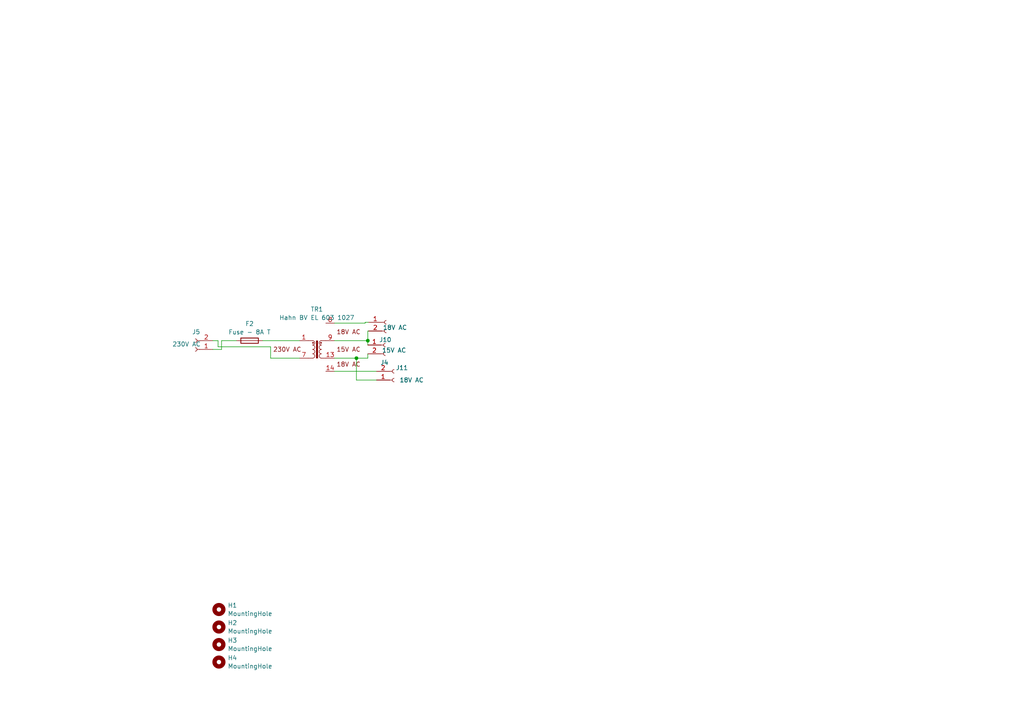
<source format=kicad_sch>
(kicad_sch (version 20231120) (generator "eeschema") (generator_version "8.0")
  (paper "A4")
  (lib_symbols
    (symbol "Connector:Conn_01x02_Socket" (pin_names (offset 1.016) hide)
      (property "Reference" "J" (at 0 2.54 0))
      (property "Value" "Conn_01x02_Socket" (at 0 -5.08 0))
      (symbol "Conn_01x02_Socket_1_1"
        (arc (start 0 -2.032) (mid -0.5058 -2.54) (end 0 -3.048) (stroke (width 0.1524)))
        (polyline (pts (xy -1.27 -2.54) (xy -0.508 -2.54)) (stroke (width 0.1524)))
        (polyline (pts (xy -1.27 0) (xy -0.508 0)) (stroke (width 0.1524)))
        (arc (start 0 0.508) (mid -0.5058 0) (end 0 -0.508) (stroke (width 0.1524)))
        (pin passive line (at -5.08 0 0) (length 3.81) (name "Pin_1") (number "1"))
        (pin passive line (at -5.08 -2.54 0) (length 3.81) (name "Pin_2") (number "2"))
      )
    )
    (symbol "Device:Fuse" (pin_numbers hide) (pin_names (offset 0))
      (property "Reference" "F" (at 2.032 0 90))
      (property "Value" "Fuse" (at -1.905 0 90))
      (symbol "Fuse_0_1"
        (rectangle (start -0.762 -2.54) (end 0.762 2.54) (stroke (width 0.254)))
        (polyline (pts (xy 0 2.54) (xy 0 -2.54)))
      )
      (symbol "Fuse_1_1"
        (pin passive line (at 0 3.81 270) (length 1.27) (name "~") (number "1"))
        (pin passive line (at 0 -3.81 90) (length 1.27) (name "~") (number "2"))
      )
    )
    (symbol "Mechanical:MountingHole" (pin_names (offset 1.016)) (exclude_from_sim yes) (in_bom no)
      (property "Reference" "H" (at 0 5.08 0))
      (property "Value" "MountingHole" (at 0 3.175 0))
      (symbol "MountingHole_0_1"
        (circle (center 0 0) (radius 1.27) (stroke (width 1.27)))
      )
    )
    (symbol "Transformer_Hahn_BV_EL_603_1027:Transformer_Hahn_BV_EL_603_COMBINED"
      (property "Reference" "U" (at 0 0 0))
      (symbol "Transformer_Hahn_BV_EL_603_COMBINED_0_1"
        (polyline (pts (xy 0 1.27) (xy 1.27 1.27)))
        (polyline (pts (xy 0 6.35) (xy 1.27 6.35)))
        (polyline (pts (xy 3.81 1.27) (xy 5.08 1.27)))
        (polyline (pts (xy 3.81 6.35) (xy 5.08 6.35)))
        (arc (start 1.27 1.27) (mid 1.9023 1.905) (end 1.27 2.54))
        (arc (start 1.27 2.54) (mid 1.9023 3.175) (end 1.27 3.81))
        (rectangle (start 2.286 6.35) (end 2.794 1.27) (stroke (width 0.0254)) (fill (type outline)))
      )
      (symbol "Transformer_Hahn_BV_EL_603_COMBINED_1_1"
        (arc (start 1.27 3.81) (mid 1.9023 4.445) (end 1.27 5.08))
        (arc (start 1.27 5.08) (mid 1.9023 5.715) (end 1.27 6.35))
        (circle (center 1.397 5.715) (radius 0.127) (stroke (width 0.254)))
        (circle (center 3.683 5.715) (radius 0.127) (stroke (width 0.254)))
        (arc (start 3.81 2.54) (mid 3.1777 1.905) (end 3.81 1.27))
        (arc (start 3.81 3.81) (mid 3.1777 3.175) (end 3.81 2.54))
        (arc (start 3.81 5.08) (mid 3.1777 4.445) (end 3.81 3.81))
        (arc (start 3.81 6.35) (mid 3.1777 5.715) (end 3.81 5.08))
        (text "15V AC" (at 11.684 3.81 0) (effects (font (size 1.27 1.27))))
        (text "18V AC" (at 11.684 -0.508 0) (effects (font (size 1.27 1.27))))
        (text "18V AC" (at 11.684 8.89 0) (effects (font (size 1.27 1.27))))
        (text "230V AC" (at -6.096 3.81 0) (effects (font (size 1.27 1.27))))
        (pin passive line (at -2.54 6.35 0) (length 2.54) (name "~") (number "1"))
        (pin passive line (at 7.62 1.27 180) (length 2.54) (name "~") (number "13"))
        (pin passive line (at 7.62 -2.54 180) (length 2.54) (name "~") (number "14"))
        (pin no_connect line (at 3.81 6.35 270) (length 2.54) hide (name "NC") (number "2"))
        (pin no_connect line (at 1.27 1.27 90) (length 2.54) hide (name "NC") (number "4"))
        (pin no_connect line (at 3.81 1.27 90) (length 2.54) hide (name "NC") (number "5"))
        (pin no_connect line (at 1.27 6.35 270) (length 2.54) hide (name "NC") (number "7"))
        (pin passive line (at -2.54 1.27 0) (length 2.54) (name "~") (number "7"))
        (pin passive line (at 7.62 11.43 180) (length 2.54) (name "~") (number "8"))
        (pin passive line (at 7.62 6.35 180) (length 2.54) (name "~") (number "9"))
      )
    )
  )
  (junction (at 103.378 103.886))
  (junction (at 106.68 98.806))
  (wire (pts (xy 106.68 96.012) (xy 106.934 96.012)))
  (wire (pts (xy 64.262 101.346) (xy 64.262 98.806)))
  (wire (pts (xy 64.262 98.806) (xy 68.58 98.806)))
  (wire (pts (xy 106.68 98.806) (xy 106.68 100.076)))
  (wire (pts (xy 76.2 98.806) (xy 86.868 98.806)))
  (wire (pts (xy 97.028 93.726) (xy 105.918 93.726)))
  (wire (pts (xy 97.028 107.696) (xy 109.22 107.696)))
  (wire (pts (xy 106.68 103.886) (xy 103.378 103.886)))
  (wire (pts (xy 97.028 98.806) (xy 106.68 98.806)))
  (wire (pts (xy 78.486 103.886) (xy 86.868 103.886)))
  (wire (pts (xy 105.918 93.472) (xy 106.934 93.472)))
  (wire (pts (xy 103.378 103.886) (xy 103.378 110.236)))
  (wire (pts (xy 103.378 103.886) (xy 97.028 103.886)))
  (wire (pts (xy 61.722 101.346) (xy 64.262 101.346)))
  (wire (pts (xy 103.378 110.236) (xy 109.22 110.236)))
  (wire (pts (xy 78.486 100.584) (xy 78.486 103.886)))
  (wire (pts (xy 106.68 98.806) (xy 106.68 96.012)))
  (wire (pts (xy 63.246 100.584) (xy 78.486 100.584)))
  (wire (pts (xy 61.722 98.806) (xy 63.246 98.806)))
  (wire (pts (xy 106.68 102.616) (xy 106.68 103.886)))
  (wire (pts (xy 105.918 93.726) (xy 105.918 93.472)))
  (wire (pts (xy 63.246 98.806) (xy 63.246 100.584)))
  (symbol (lib_id "Connector:Conn_01x02_Socket") (at 56.642 101.346 180) (unit 1)
    (property "Reference" "J5" (at 56.896 96.266 0))
    (property "Value" "230V AC" (at 54.102 99.822 0))
    (property "Footprint" "THE_PREAMP_CONN_POWER_5_08:TBP01R1-508-02BK" (effects (hide yes)))
    (property "Description" "Generic connector, single row, 01x02, script generated" (effects (hide yes)))
  )
  (symbol (lib_id "Connector:Conn_01x02_Socket") (at 114.3 110.236 0) (mirror x) (unit 1)
    (property "Reference" "J11" (at 116.586 106.68 0))
    (property "Value" "18V AC" (at 119.38 110.236 0))
    (property "Footprint" "THE_PREAMP_CONN_POWER_5_08:TBP01R1-508-02BK" (effects (hide yes)))
    (property "Description" "Generic connector, single row, 01x02, script generated" (effects (hide yes)))
  )
  (symbol (lib_id "Connector:Conn_01x02_Socket") (at 111.76 100.076 0) (unit 1)
    (property "Reference" "J4" (at 111.506 105.156 0))
    (property "Value" "15V AC" (at 114.3 101.6 0))
    (property "Footprint" "THE_PREAMP_CONN_POWER_5_08:TBP01R1-508-02BK" (effects (hide yes)))
    (property "Description" "Generic connector, single row, 01x02, script generated" (effects (hide yes)))
  )
  (symbol (lib_id "Mechanical:MountingHole") (at 63.5 192.024 0) (unit 1) (exclude_from_sim yes) (in_bom no)
    (property "Reference" "H4" (at 66.04 190.8118 0) (effects (justify left)))
    (property "Value" "MountingHole" (at 66.04 193.2361 0) (effects (justify left)))
    (property "Footprint" "MountingHole:MountingHole_3.2mm_M3_DIN965" (effects (hide yes)))
    (property "Description" "Mounting Hole without connection" (effects (hide yes)))
  )
  (symbol (lib_id "Connector:Conn_01x02_Socket") (at 112.014 93.472 0) (unit 1)
    (property "Reference" "J10" (at 111.76 98.552 0))
    (property "Value" "18V AC" (at 114.554 94.996 0))
    (property "Footprint" "THE_PREAMP_CONN_POWER_5_08:TBP01R1-508-02BK" (effects (hide yes)))
    (property "Description" "Generic connector, single row, 01x02, script generated" (effects (hide yes)))
  )
  (symbol (lib_id "Mechanical:MountingHole") (at 63.5 186.944 0) (unit 1) (exclude_from_sim yes) (in_bom no)
    (property "Reference" "H3" (at 66.04 185.7318 0) (effects (justify left)))
    (property "Value" "MountingHole" (at 66.04 188.1561 0) (effects (justify left)))
    (property "Footprint" "MountingHole:MountingHole_3.2mm_M3_DIN965" (effects (hide yes)))
    (property "Description" "Mounting Hole without connection" (effects (hide yes)))
  )
  (symbol (lib_id "Mechanical:MountingHole") (at 63.5 181.864 0) (unit 1) (exclude_from_sim yes) (in_bom no)
    (property "Reference" "H2" (at 66.04 180.6518 0) (effects (justify left)))
    (property "Value" "MountingHole" (at 66.04 183.0761 0) (effects (justify left)))
    (property "Footprint" "MountingHole:MountingHole_3.2mm_M3_DIN965" (effects (hide yes)))
    (property "Description" "Mounting Hole without connection" (effects (hide yes)))
  )
  (symbol (lib_id "Mechanical:MountingHole") (at 63.5 176.784 0) (unit 1) (exclude_from_sim yes) (in_bom no)
    (property "Reference" "H1" (at 66.04 175.5718 0) (effects (justify left)))
    (property "Value" "MountingHole" (at 66.04 177.9961 0) (effects (justify left)))
    (property "Footprint" "MountingHole:MountingHole_3.2mm_M3_DIN965" (effects (hide yes)))
    (property "Description" "Mounting Hole without connection" (effects (hide yes)))
  )
  (symbol (lib_id "Transformer_Hahn_BV_EL_603_1027:Transformer_Hahn_BV_EL_603_COMBINED") (at 89.408 105.156 0) (unit 1)
    (property "Reference" "TR1" (at 91.8996 89.7085 0))
    (property "Value" "Hahn BV EL 603 1027" (at 91.8996 92.1328 0))
    (property "Footprint" "Transformer_Hahn_BV_EL_603_1027:Transformer_Hahn_BV_EL_603_COMBINED" (effects (hide yes)))
  )
  (symbol (lib_id "Device:Fuse") (at 72.39 98.806 90) (unit 1)
    (property "Reference" "F2" (at 72.39 93.8995 90))
    (property "Value" "Fuse - 8A T" (at 72.39 96.3238 90))
    (property "Footprint" "ThePreAmp_PSU_Fuseholder:Keystone fuseholder 4527" (effects (hide yes)))
    (property "Description" "Fuse" (effects (hide yes)))
  )
)
</source>
